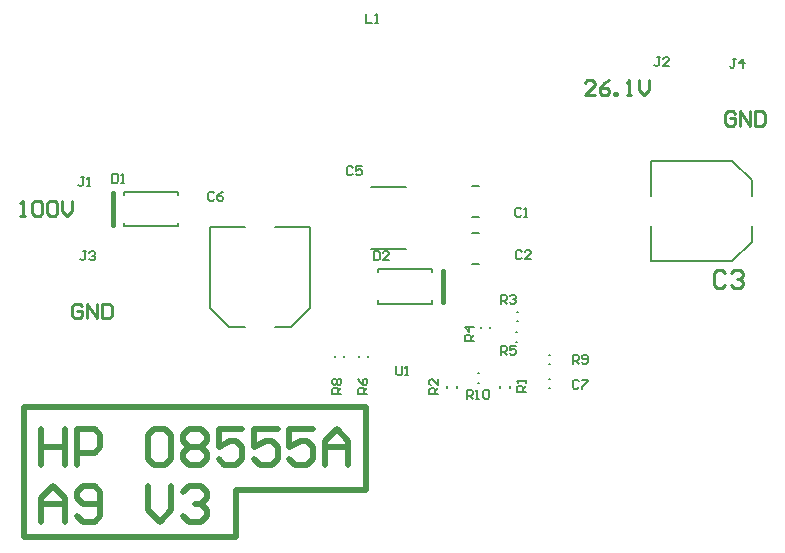
<source format=gto>
G04*
G04 #@! TF.GenerationSoftware,Altium Limited,Altium Designer,19.0.14 (431)*
G04*
G04 Layer_Color=65535*
%FSLAX25Y25*%
%MOIN*%
G70*
G01*
G75*
%ADD10C,0.00787*%
%ADD11C,0.01968*%
%ADD12C,0.01575*%
%ADD13C,0.01000*%
%ADD14C,0.00600*%
D10*
X153482Y110630D02*
X155844D01*
X153482Y120866D02*
X155844D01*
X153482Y94882D02*
X155844D01*
X153482Y105118D02*
X155844D01*
X213189Y129331D02*
X240158D01*
X213189Y117520D02*
Y129331D01*
Y95866D02*
Y107677D01*
Y95866D02*
X240158D01*
X246654Y117520D02*
Y122835D01*
X240158Y129331D02*
X246654Y122835D01*
X240158Y95866D02*
X246654Y102362D01*
Y107677D01*
X118701Y63779D02*
Y64173D01*
X115551Y63779D02*
Y64173D01*
X107677Y63779D02*
Y64173D01*
X110827Y63779D02*
Y64173D01*
X156236Y73622D02*
Y74016D01*
X159386Y73622D02*
Y74016D01*
X168214Y75799D02*
X168608D01*
X168214Y78949D02*
X168608D01*
X168014Y72149D02*
X168408D01*
X168014Y68999D02*
X168408D01*
X178937Y53543D02*
X179331D01*
X178937Y56693D02*
X179331D01*
X162795Y53700D02*
Y54094D01*
X165945Y53700D02*
Y54094D01*
X145079Y53700D02*
Y54094D01*
X148228Y53700D02*
Y54094D01*
X155315Y55275D02*
X155709D01*
X155315Y58424D02*
X155709D01*
X178937Y61417D02*
X179331D01*
X178937Y64567D02*
X179331D01*
X99409Y80315D02*
Y107283D01*
X87598D02*
X99409D01*
X65945D02*
X77756D01*
X65945Y80315D02*
Y107283D01*
X87598Y73819D02*
X92913D01*
X99409Y80315D01*
X65945D02*
X72441Y73819D01*
X77756D01*
X37211Y117854D02*
Y118890D01*
X55309Y117854D02*
Y118890D01*
X37211Y107488D02*
Y108524D01*
X55309Y107488D02*
Y108524D01*
X37211Y118890D02*
X55309D01*
X37211Y107488D02*
X55309D01*
X140152Y81701D02*
Y82736D01*
X122053Y81701D02*
Y82736D01*
X140152Y92067D02*
Y93102D01*
X122053Y92067D02*
Y93102D01*
Y81701D02*
X140152D01*
X122053Y93102D02*
X140152D01*
X119821Y100000D02*
X131238D01*
X119821Y120472D02*
X131238D01*
D11*
X3937Y47244D02*
X118110D01*
Y19685D02*
Y47244D01*
X74803Y19685D02*
X118110D01*
X74803Y3937D02*
Y19685D01*
X3937Y3937D02*
X74803D01*
X3937D02*
Y47244D01*
X9843Y39755D02*
Y27948D01*
Y33852D01*
X17714D01*
Y39755D01*
Y27948D01*
X21650D02*
Y39755D01*
X27553D01*
X29521Y37788D01*
Y33852D01*
X27553Y31884D01*
X21650D01*
X45264Y37788D02*
X47232Y39755D01*
X51168D01*
X53136Y37788D01*
Y29916D01*
X51168Y27948D01*
X47232D01*
X45264Y29916D01*
Y37788D01*
X57071D02*
X59039Y39755D01*
X62975D01*
X64943Y37788D01*
Y35820D01*
X62975Y33852D01*
X64943Y31884D01*
Y29916D01*
X62975Y27948D01*
X59039D01*
X57071Y29916D01*
Y31884D01*
X59039Y33852D01*
X57071Y35820D01*
Y37788D01*
X59039Y33852D02*
X62975D01*
X76750Y39755D02*
X68879D01*
Y33852D01*
X72814Y35820D01*
X74782D01*
X76750Y33852D01*
Y29916D01*
X74782Y27948D01*
X70846D01*
X68879Y29916D01*
X88557Y39755D02*
X80686D01*
Y33852D01*
X84622Y35820D01*
X86589D01*
X88557Y33852D01*
Y29916D01*
X86589Y27948D01*
X82654D01*
X80686Y29916D01*
X100364Y39755D02*
X92493D01*
Y33852D01*
X96429Y35820D01*
X98396D01*
X100364Y33852D01*
Y29916D01*
X98396Y27948D01*
X94461D01*
X92493Y29916D01*
X104300Y27948D02*
Y35820D01*
X108236Y39755D01*
X112172Y35820D01*
Y27948D01*
Y33852D01*
X104300D01*
X9843Y9055D02*
Y16927D01*
X13778Y20862D01*
X17714Y16927D01*
Y9055D01*
Y14959D01*
X9843D01*
X21650Y11023D02*
X23618Y9055D01*
X27553D01*
X29521Y11023D01*
Y18894D01*
X27553Y20862D01*
X23618D01*
X21650Y18894D01*
Y16927D01*
X23618Y14959D01*
X29521D01*
X45264Y20862D02*
Y12991D01*
X49200Y9055D01*
X53136Y12991D01*
Y20862D01*
X57071Y18894D02*
X59039Y20862D01*
X62975D01*
X64943Y18894D01*
Y16927D01*
X62975Y14959D01*
X61007D01*
X62975D01*
X64943Y12991D01*
Y11023D01*
X62975Y9055D01*
X59039D01*
X57071Y11023D01*
D12*
X33690Y107890D02*
Y118488D01*
X143673Y82102D02*
Y92701D01*
D13*
X2756Y111024D02*
X4396D01*
X3576D01*
Y115943D01*
X2756Y115123D01*
X6856D02*
X7676Y115943D01*
X9315D01*
X10135Y115123D01*
Y111844D01*
X9315Y111024D01*
X7676D01*
X6856Y111844D01*
Y115123D01*
X11775D02*
X12595Y115943D01*
X14235D01*
X15055Y115123D01*
Y111844D01*
X14235Y111024D01*
X12595D01*
X11775Y111844D01*
Y115123D01*
X16695Y115943D02*
Y112663D01*
X18335Y111024D01*
X19975Y112663D01*
Y115943D01*
X23359Y80871D02*
X22539Y81691D01*
X20899D01*
X20079Y80871D01*
Y77592D01*
X20899Y76772D01*
X22539D01*
X23359Y77592D01*
Y79232D01*
X21719D01*
X24998Y76772D02*
Y81691D01*
X28278Y76772D01*
Y81691D01*
X29918D02*
Y76772D01*
X32378D01*
X33198Y77592D01*
Y80871D01*
X32378Y81691D01*
X29918D01*
X241075Y145045D02*
X240255Y145865D01*
X238615D01*
X237795Y145045D01*
Y141765D01*
X238615Y140945D01*
X240255D01*
X241075Y141765D01*
Y143405D01*
X239435D01*
X242715Y140945D02*
Y145865D01*
X245995Y140945D01*
Y145865D01*
X247635D02*
Y140945D01*
X250095D01*
X250914Y141765D01*
Y145045D01*
X250095Y145865D01*
X247635D01*
X194225Y151181D02*
X190945D01*
X194225Y154461D01*
Y155281D01*
X193405Y156101D01*
X191765D01*
X190945Y155281D01*
X199144Y156101D02*
X197504Y155281D01*
X195865Y153641D01*
Y152001D01*
X196685Y151181D01*
X198324D01*
X199144Y152001D01*
Y152821D01*
X198324Y153641D01*
X195865D01*
X200784Y151181D02*
Y152001D01*
X201604D01*
Y151181D01*
X200784D01*
X204884D02*
X206524D01*
X205704D01*
Y156101D01*
X204884Y155281D01*
X208984Y156101D02*
Y152821D01*
X210624Y151181D01*
X212263Y152821D01*
Y156101D01*
X237857Y92006D02*
X236857Y93006D01*
X234858D01*
X233858Y92006D01*
Y88008D01*
X234858Y87008D01*
X236857D01*
X237857Y88008D01*
X239856Y92006D02*
X240856Y93006D01*
X242855D01*
X243855Y92006D01*
Y91007D01*
X242855Y90007D01*
X241856D01*
X242855D01*
X243855Y89007D01*
Y88008D01*
X242855Y87008D01*
X240856D01*
X239856Y88008D01*
D14*
X189007Y55856D02*
X188507Y56356D01*
X187508D01*
X187008Y55856D01*
Y53856D01*
X187508Y53356D01*
X188507D01*
X189007Y53856D01*
X190007Y56356D02*
X192006D01*
Y55856D01*
X190007Y53856D01*
Y53356D01*
X67448Y118411D02*
X66948Y118911D01*
X65949D01*
X65449Y118411D01*
Y116412D01*
X65949Y115912D01*
X66948D01*
X67448Y116412D01*
X70447Y118911D02*
X69447Y118411D01*
X68448Y117411D01*
Y116412D01*
X68948Y115912D01*
X69947D01*
X70447Y116412D01*
Y116911D01*
X69947Y117411D01*
X68448D01*
X118099Y178262D02*
Y175263D01*
X120098D01*
X121098D02*
X122098D01*
X121598D01*
Y178262D01*
X121098Y177762D01*
X151575Y49960D02*
Y52959D01*
X153074D01*
X153574Y52459D01*
Y51459D01*
X153074Y50959D01*
X151575D01*
X152575D02*
X153574Y49960D01*
X154574D02*
X155573D01*
X155074D01*
Y52959D01*
X154574Y52459D01*
X157073D02*
X157573Y52959D01*
X158572D01*
X159072Y52459D01*
Y50460D01*
X158572Y49960D01*
X157573D01*
X157073Y50460D01*
Y52459D01*
X120593Y99061D02*
Y96062D01*
X122092D01*
X122592Y96562D01*
Y98561D01*
X122092Y99061D01*
X120593D01*
X125591Y96062D02*
X123592D01*
X125591Y98062D01*
Y98561D01*
X125092Y99061D01*
X124092D01*
X123592Y98561D01*
X33500Y124925D02*
Y121926D01*
X34999D01*
X35499Y122426D01*
Y124425D01*
X34999Y124925D01*
X33500D01*
X36499Y121926D02*
X37499D01*
X36999D01*
Y124925D01*
X36499Y124425D01*
X113648Y127011D02*
X113148Y127511D01*
X112149D01*
X111649Y127011D01*
Y125012D01*
X112149Y124512D01*
X113148D01*
X113648Y125012D01*
X116647Y127511D02*
X114648D01*
Y126011D01*
X115647Y126511D01*
X116147D01*
X116647Y126011D01*
Y125012D01*
X116147Y124512D01*
X115148D01*
X114648Y125012D01*
X128182Y60873D02*
Y58374D01*
X128682Y57874D01*
X129681D01*
X130181Y58374D01*
Y60873D01*
X131181Y57874D02*
X132180D01*
X131681D01*
Y60873D01*
X131181Y60373D01*
X187008Y61691D02*
Y64690D01*
X188507D01*
X189007Y64190D01*
Y63190D01*
X188507Y62690D01*
X187008D01*
X188007D02*
X189007Y61691D01*
X190007Y62190D02*
X190507Y61691D01*
X191506D01*
X192006Y62190D01*
Y64190D01*
X191506Y64690D01*
X190507D01*
X190007Y64190D01*
Y63690D01*
X190507Y63190D01*
X192006D01*
X109843Y51575D02*
X106843D01*
Y53074D01*
X107343Y53574D01*
X108343D01*
X108843Y53074D01*
Y51575D01*
Y52574D02*
X109843Y53574D01*
X107343Y54574D02*
X106843Y55074D01*
Y56073D01*
X107343Y56573D01*
X107843D01*
X108343Y56073D01*
X108843Y56573D01*
X109343D01*
X109843Y56073D01*
Y55074D01*
X109343Y54574D01*
X108843D01*
X108343Y55074D01*
X107843Y54574D01*
X107343D01*
X108343Y55074D02*
Y56073D01*
X118504Y51575D02*
X115505D01*
Y53074D01*
X116005Y53574D01*
X117004D01*
X117504Y53074D01*
Y51575D01*
Y52574D02*
X118504Y53574D01*
X115505Y56573D02*
X116005Y55573D01*
X117004Y54574D01*
X118004D01*
X118504Y55074D01*
Y56073D01*
X118004Y56573D01*
X117504D01*
X117004Y56073D01*
Y54574D01*
X162992Y64567D02*
Y67566D01*
X164492D01*
X164991Y67066D01*
Y66066D01*
X164492Y65567D01*
X162992D01*
X163992D02*
X164991Y64567D01*
X167991Y67566D02*
X165991D01*
Y66066D01*
X166991Y66566D01*
X167491D01*
X167991Y66066D01*
Y65067D01*
X167491Y64567D01*
X166491D01*
X165991Y65067D01*
X153937Y69291D02*
X150938D01*
Y70791D01*
X151438Y71291D01*
X152437D01*
X152937Y70791D01*
Y69291D01*
Y70291D02*
X153937Y71291D01*
Y73790D02*
X150938D01*
X152437Y72290D01*
Y74290D01*
X162990Y81708D02*
Y84707D01*
X164489D01*
X164989Y84207D01*
Y83207D01*
X164489Y82707D01*
X162990D01*
X163989D02*
X164989Y81708D01*
X165989Y84207D02*
X166489Y84707D01*
X167488D01*
X167988Y84207D01*
Y83707D01*
X167488Y83207D01*
X166989D01*
X167488D01*
X167988Y82707D01*
Y82208D01*
X167488Y81708D01*
X166489D01*
X165989Y82208D01*
X142126Y51534D02*
X139127D01*
Y53034D01*
X139627Y53534D01*
X140627D01*
X141126Y53034D01*
Y51534D01*
Y52534D02*
X142126Y53534D01*
Y56533D02*
Y54534D01*
X140127Y56533D01*
X139627D01*
X139127Y56033D01*
Y55033D01*
X139627Y54534D01*
X171260Y52322D02*
X168261D01*
Y53821D01*
X168761Y54321D01*
X169760D01*
X170260Y53821D01*
Y52322D01*
Y53322D02*
X171260Y54321D01*
Y55321D02*
Y56321D01*
Y55821D01*
X168261D01*
X168761Y55321D01*
X241343Y163335D02*
X240343D01*
X240843D01*
Y160836D01*
X240343Y160336D01*
X239843D01*
X239344Y160836D01*
X243842Y160336D02*
Y163335D01*
X242342Y161836D01*
X244342D01*
X24790Y99188D02*
X23790D01*
X24290D01*
Y96689D01*
X23790Y96189D01*
X23290D01*
X22791Y96689D01*
X25790Y98688D02*
X26289Y99188D01*
X27289D01*
X27789Y98688D01*
Y98188D01*
X27289Y97689D01*
X26789D01*
X27289D01*
X27789Y97189D01*
Y96689D01*
X27289Y96189D01*
X26289D01*
X25790Y96689D01*
X216110Y163757D02*
X215110D01*
X215610D01*
Y161257D01*
X215110Y160758D01*
X214610D01*
X214110Y161257D01*
X219109Y160758D02*
X217109D01*
X219109Y162757D01*
Y163257D01*
X218609Y163757D01*
X217609D01*
X217109Y163257D01*
X24157Y123796D02*
X23157D01*
X23657D01*
Y121297D01*
X23157Y120797D01*
X22657D01*
X22158Y121297D01*
X25157Y120797D02*
X26156D01*
X25656D01*
Y123796D01*
X25157Y123296D01*
X170013Y98956D02*
X169514Y99456D01*
X168514D01*
X168014Y98956D01*
Y96956D01*
X168514Y96457D01*
X169514D01*
X170013Y96956D01*
X173013Y96457D02*
X171013D01*
X173013Y98456D01*
Y98956D01*
X172513Y99456D01*
X171513D01*
X171013Y98956D01*
X169788Y113129D02*
X169289Y113629D01*
X168289D01*
X167789Y113129D01*
Y111130D01*
X168289Y110630D01*
X169289D01*
X169788Y111130D01*
X170788Y110630D02*
X171788D01*
X171288D01*
Y113629D01*
X170788Y113129D01*
M02*

</source>
